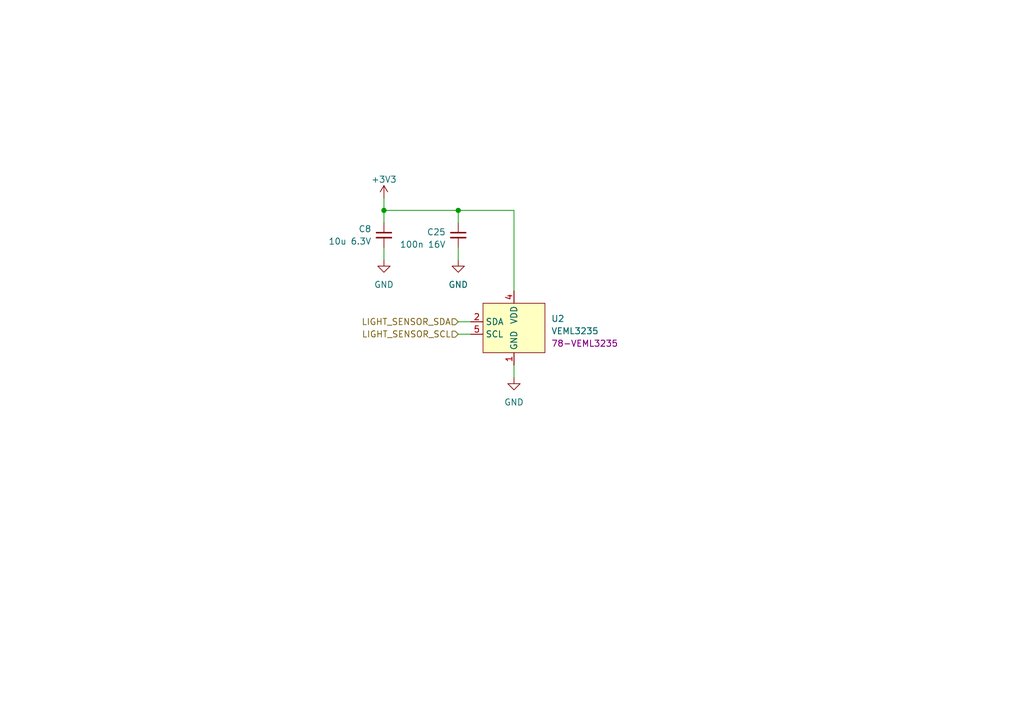
<source format=kicad_sch>
(kicad_sch (version 20230121) (generator eeschema)
  (paper "A5")
  (lib_symbols
    (symbol "ARMband:VEML3235"
      (property "Reference" "U" (at 8.89 3.81 0))
      (property "Value" "VEML3235" (at 7.62 1.27 0))
      (property "MFN" "78-VEML3235 " (at 0 0 0))
      (symbol "VEML3235_0_0"
        (pin unspecified line (at 15.24 -12.7 90) (length 2.54) (name "GND") (number "1"))
        (pin unspecified line (at 6.35 -3.81 0) (length 2.54) (name "SDA") (number "2"))
        (pin unspecified line (at 15.24 2.54 270) (length 2.54) (name "VDD") (number "4"))
        (pin unspecified line (at 6.35 -6.35 0) (length 2.54) (name "SCL") (number "5"))
      )
      (symbol "VEML3235_1_0"
        (pin no_connect line (at 19.05 -12.7 90) (length 2.54) hide (name "NC") (number "3"))
        (pin no_connect line (at 19.05 -12.7 90) (length 2.54) hide (name "NC") (number "6"))
      )
      (symbol "VEML3235_1_1"
        (rectangle (start 8.89 0) (end 21.59 -10.16) (fill (type background)))
      )
    )
    (symbol "Device:C_Small" (pin_numbers hide) (pin_names (offset 0.254) hide)
      (property "Reference" "C" (at 0.254 1.778 0))
      (property "Value" "C_Small" (at 0.254 -2.032 0))
      (symbol "C_Small_0_1"
        (polyline (pts (xy -1.524 -0.508) (xy 1.524 -0.508)) (stroke (width 0.3302)))
        (polyline (pts (xy -1.524 0.508) (xy 1.524 0.508)) (stroke (width 0.3048)))
      )
      (symbol "C_Small_1_1"
        (pin passive line (at 0 2.54 270) (length 2.032) (name "~") (number "1"))
        (pin passive line (at 0 -2.54 90) (length 2.032) (name "~") (number "2"))
      )
    )
    (symbol "power:+3V3" (power) (pin_names (offset 0))
      (property "Value" "+3V3" (at 0 3.556 0))
      (symbol "+3V3_0_1"
        (polyline (pts (xy -0.762 1.27) (xy 0 2.54)))
        (polyline (pts (xy 0 0) (xy 0 2.54)))
        (polyline (pts (xy 0 2.54) (xy 0.762 1.27)))
      )
      (symbol "+3V3_1_1"
        (pin power_in line (at 0 0 90) (length 0) hide (name "+3V3") (number "1"))
      )
    )
    (symbol "power:GND" (power) (pin_names (offset 0))
      (property "Value" "GND" (at 0 -3.81 0))
      (symbol "GND_0_1"
        (polyline (pts (xy 0 0) (xy 0 -1.27) (xy 1.27 -1.27) (xy 0 -2.54) (xy -1.27 -1.27) (xy 0 -1.27)))
      )
      (symbol "GND_1_1"
        (pin power_in line (at 0 0 270) (length 0) hide (name "GND") (number "1"))
      )
    )
  )
  (junction (at 93.98 43.18))
  (junction (at 78.74 43.18))
  (wire (pts (xy 105.41 43.18) (xy 105.41 59.69)))
  (wire (pts (xy 93.98 43.18) (xy 93.98 45.72)))
  (wire (pts (xy 78.74 50.8) (xy 78.74 53.34)))
  (wire (pts (xy 78.74 43.18) (xy 93.98 43.18)))
  (wire (pts (xy 93.98 43.18) (xy 105.41 43.18)))
  (wire (pts (xy 93.98 50.8) (xy 93.98 53.34)))
  (wire (pts (xy 105.41 74.93) (xy 105.41 77.47)))
  (wire (pts (xy 78.74 45.72) (xy 78.74 43.18)))
  (wire (pts (xy 78.74 40.64) (xy 78.74 43.18)))
  (wire (pts (xy 93.98 66.04) (xy 96.52 66.04)))
  (wire (pts (xy 93.98 68.58) (xy 96.52 68.58)))
  (hierarchical_label "LIGHT_SENSOR_SDA" (shape input) (at 93.98 66.04 180))
  (hierarchical_label "LIGHT_SENSOR_SCL" (shape input) (at 93.98 68.58 180))
  (symbol (lib_id "ARMband:VEML3235") (at 90.17 62.23 0) (unit 1)
    (property "Reference" "U2" (at 113.03 65.405 0) (effects (justify left)))
    (property "Value" "VEML3235" (at 113.03 67.945 0) (effects (justify left)))
    (property "Footprint" "ARMband:VEML3235" (effects hide))
    (property "Datasheet" "https://www.vishay.com/docs/80131/veml3235.pdf" (effects hide))
    (property "MFN" "78-VEML3235 " (at 113.03 70.485 0) (effects (justify left)))
  )
  (symbol (lib_id "power:GND") (at 78.74 53.34 0) (unit 1)
    (property "Reference" "#PWR015" (effects hide))
    (property "Value" "GND" (at 78.74 58.42 0))
    (instances (project "armband" (path "" (reference "#PWR015") (unit 1)) (path "" (reference "#PWR038") (unit 1)) (path "" (reference "#PWR069") (unit 1))))
  )
  (symbol (lib_id "Device:C_Small") (at 93.98 48.26 0) (unit 1)
    (property "Reference" "C25" (at 91.44 47.6313 0) (effects (justify right)))
    (property "Value" "100n 16V" (at 91.44 50.1713 0) (effects (justify right)))
    (property "Footprint" "Capacitor_SMD:C_0402_1005Metric" (effects hide))
    (property "Datasheet" "https://www.mouser.de/datasheet/2/447/KEM_C1005_Y5V_SMD-3316374.pdf" (effects hide))
    (property "MFN" "80-C0402C104M4V " (effects hide))
    (instances (project "armband" (path "" (reference "C25") (unit 1)) (path "" (reference "C14") (unit 1)) (path "" (reference "C12") (unit 1)) (path "" (reference "C29") (unit 1))))
  )
  (symbol (lib_id "Device:C_Small") (at 78.74 48.26 0) (unit 1)
    (property "Reference" "C8" (at 76.2 46.99 0) (effects (justify right)))
    (property "Value" "10u 6.3V" (at 76.2 49.53 0) (effects (justify right)))
    (property "Footprint" "Capacitor_SMD:C_0402_1005Metric" (effects hide))
    (property "Datasheet" "https://www.mouser.de/datasheet/2/281/1/GRM155R60J106ME05_01A-1983717.pdf" (effects hide))
    (property "MFN" " 81-GRM155R60J106M05D " (effects hide))
    (instances (project "armband" (path "" (reference "C8") (unit 1)) (path "" (reference "C29") (unit 1)) (path "" (reference "C11") (unit 1)) (path "" (reference "C28") (unit 1))))
  )
  (symbol (lib_id "power:GND") (at 93.98 53.34 0) (unit 1)
    (property "Reference" "#PWR015" (effects hide))
    (property "Value" "GND" (at 93.98 58.42 0))
    (instances (project "armband" (path "" (reference "#PWR015") (unit 1)) (path "" (reference "#PWR039") (unit 1)) (path "" (reference "#PWR070") (unit 1))))
  )
  (symbol (lib_id "power:GND") (at 105.41 77.47 0) (unit 1)
    (property "Reference" "#PWR09" (effects hide))
    (property "Value" "GND" (at 105.41 82.55 0))
    (instances (project "armband" (path "" (reference "#PWR09") (unit 1)) (path "" (reference "#PWR071") (unit 1))))
  )
  (symbol (lib_id "power:+3V3") (at 78.74 40.64 0) (unit 1)
    (property "Reference" "#PWR019" (effects hide))
    (property "Value" "+3V3" (at 78.74 36.83 0))
    (instances (project "armband" (path "" (reference "#PWR019") (unit 1)) (path "" (reference "#PWR040") (unit 1)) (path "" (reference "#PWR068") (unit 1))))
  )
)
</source>
